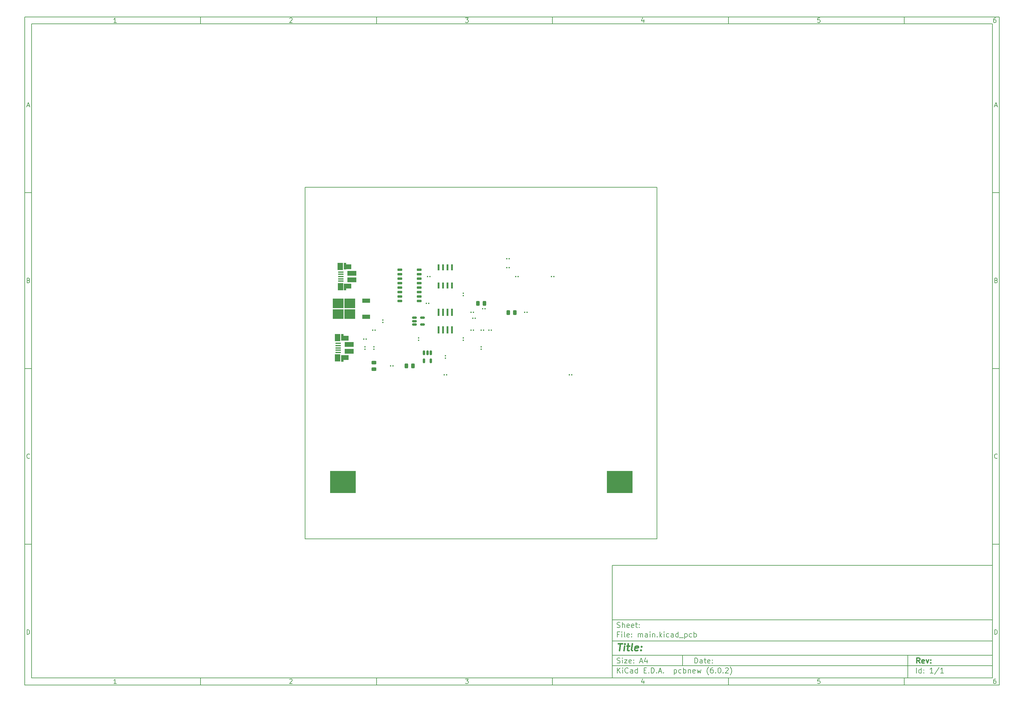
<source format=gbr>
%TF.GenerationSoftware,KiCad,Pcbnew,(6.0.2)*%
%TF.CreationDate,2022-03-19T17:29:51+02:00*%
%TF.ProjectId,main,6d61696e-2e6b-4696-9361-645f70636258,rev?*%
%TF.SameCoordinates,Original*%
%TF.FileFunction,Paste,Top*%
%TF.FilePolarity,Positive*%
%FSLAX46Y46*%
G04 Gerber Fmt 4.6, Leading zero omitted, Abs format (unit mm)*
G04 Created by KiCad (PCBNEW (6.0.2)) date 2022-03-19 17:29:51*
%MOMM*%
%LPD*%
G01*
G04 APERTURE LIST*
G04 Aperture macros list*
%AMRoundRect*
0 Rectangle with rounded corners*
0 $1 Rounding radius*
0 $2 $3 $4 $5 $6 $7 $8 $9 X,Y pos of 4 corners*
0 Add a 4 corners polygon primitive as box body*
4,1,4,$2,$3,$4,$5,$6,$7,$8,$9,$2,$3,0*
0 Add four circle primitives for the rounded corners*
1,1,$1+$1,$2,$3*
1,1,$1+$1,$4,$5*
1,1,$1+$1,$6,$7*
1,1,$1+$1,$8,$9*
0 Add four rect primitives between the rounded corners*
20,1,$1+$1,$2,$3,$4,$5,0*
20,1,$1+$1,$4,$5,$6,$7,0*
20,1,$1+$1,$6,$7,$8,$9,0*
20,1,$1+$1,$8,$9,$2,$3,0*%
G04 Aperture macros list end*
%ADD10C,0.100000*%
%ADD11C,0.150000*%
%ADD12C,0.300000*%
%ADD13C,0.400000*%
%TA.AperFunction,Profile*%
%ADD14C,0.150000*%
%TD*%
%ADD15RoundRect,0.079500X-0.079500X-0.100500X0.079500X-0.100500X0.079500X0.100500X-0.079500X0.100500X0*%
%ADD16RoundRect,0.150000X-0.150000X0.512500X-0.150000X-0.512500X0.150000X-0.512500X0.150000X0.512500X0*%
%ADD17RoundRect,0.079500X0.079500X0.100500X-0.079500X0.100500X-0.079500X-0.100500X0.079500X-0.100500X0*%
%ADD18RoundRect,0.049600X-0.605400X-0.260400X0.605400X-0.260400X0.605400X0.260400X-0.605400X0.260400X0*%
%ADD19RoundRect,0.150000X-0.512500X-0.150000X0.512500X-0.150000X0.512500X0.150000X-0.512500X0.150000X0*%
%ADD20RoundRect,0.243750X0.243750X0.456250X-0.243750X0.456250X-0.243750X-0.456250X0.243750X-0.456250X0*%
%ADD21R,1.650000X0.400000*%
%ADD22R,0.700000X1.825000*%
%ADD23R,2.500000X1.430000*%
%ADD24R,2.000000X1.350000*%
%ADD25R,1.500000X2.000000*%
%ADD26RoundRect,0.079500X0.100500X-0.079500X0.100500X0.079500X-0.100500X0.079500X-0.100500X-0.079500X0*%
%ADD27RoundRect,0.039900X0.245100X-0.945100X0.245100X0.945100X-0.245100X0.945100X-0.245100X-0.945100X0*%
%ADD28R,0.533400X1.701800*%
%ADD29RoundRect,0.243750X-0.243750X-0.456250X0.243750X-0.456250X0.243750X0.456250X-0.243750X0.456250X0*%
%ADD30RoundRect,0.079500X-0.100500X0.079500X-0.100500X-0.079500X0.100500X-0.079500X0.100500X0.079500X0*%
%ADD31RoundRect,0.243750X0.456250X-0.243750X0.456250X0.243750X-0.456250X0.243750X-0.456250X-0.243750X0*%
%ADD32R,7.340000X6.350000*%
%ADD33R,2.200000X1.200000*%
%ADD34R,3.050000X2.750000*%
G04 APERTURE END LIST*
D10*
D11*
X177002200Y-166007200D02*
X177002200Y-198007200D01*
X285002200Y-198007200D01*
X285002200Y-166007200D01*
X177002200Y-166007200D01*
D10*
D11*
X10000000Y-10000000D02*
X10000000Y-200007200D01*
X287002200Y-200007200D01*
X287002200Y-10000000D01*
X10000000Y-10000000D01*
D10*
D11*
X12000000Y-12000000D02*
X12000000Y-198007200D01*
X285002200Y-198007200D01*
X285002200Y-12000000D01*
X12000000Y-12000000D01*
D10*
D11*
X60000000Y-12000000D02*
X60000000Y-10000000D01*
D10*
D11*
X110000000Y-12000000D02*
X110000000Y-10000000D01*
D10*
D11*
X160000000Y-12000000D02*
X160000000Y-10000000D01*
D10*
D11*
X210000000Y-12000000D02*
X210000000Y-10000000D01*
D10*
D11*
X260000000Y-12000000D02*
X260000000Y-10000000D01*
D10*
D11*
X36065476Y-11588095D02*
X35322619Y-11588095D01*
X35694047Y-11588095D02*
X35694047Y-10288095D01*
X35570238Y-10473809D01*
X35446428Y-10597619D01*
X35322619Y-10659523D01*
D10*
D11*
X85322619Y-10411904D02*
X85384523Y-10350000D01*
X85508333Y-10288095D01*
X85817857Y-10288095D01*
X85941666Y-10350000D01*
X86003571Y-10411904D01*
X86065476Y-10535714D01*
X86065476Y-10659523D01*
X86003571Y-10845238D01*
X85260714Y-11588095D01*
X86065476Y-11588095D01*
D10*
D11*
X135260714Y-10288095D02*
X136065476Y-10288095D01*
X135632142Y-10783333D01*
X135817857Y-10783333D01*
X135941666Y-10845238D01*
X136003571Y-10907142D01*
X136065476Y-11030952D01*
X136065476Y-11340476D01*
X136003571Y-11464285D01*
X135941666Y-11526190D01*
X135817857Y-11588095D01*
X135446428Y-11588095D01*
X135322619Y-11526190D01*
X135260714Y-11464285D01*
D10*
D11*
X185941666Y-10721428D02*
X185941666Y-11588095D01*
X185632142Y-10226190D02*
X185322619Y-11154761D01*
X186127380Y-11154761D01*
D10*
D11*
X236003571Y-10288095D02*
X235384523Y-10288095D01*
X235322619Y-10907142D01*
X235384523Y-10845238D01*
X235508333Y-10783333D01*
X235817857Y-10783333D01*
X235941666Y-10845238D01*
X236003571Y-10907142D01*
X236065476Y-11030952D01*
X236065476Y-11340476D01*
X236003571Y-11464285D01*
X235941666Y-11526190D01*
X235817857Y-11588095D01*
X235508333Y-11588095D01*
X235384523Y-11526190D01*
X235322619Y-11464285D01*
D10*
D11*
X285941666Y-10288095D02*
X285694047Y-10288095D01*
X285570238Y-10350000D01*
X285508333Y-10411904D01*
X285384523Y-10597619D01*
X285322619Y-10845238D01*
X285322619Y-11340476D01*
X285384523Y-11464285D01*
X285446428Y-11526190D01*
X285570238Y-11588095D01*
X285817857Y-11588095D01*
X285941666Y-11526190D01*
X286003571Y-11464285D01*
X286065476Y-11340476D01*
X286065476Y-11030952D01*
X286003571Y-10907142D01*
X285941666Y-10845238D01*
X285817857Y-10783333D01*
X285570238Y-10783333D01*
X285446428Y-10845238D01*
X285384523Y-10907142D01*
X285322619Y-11030952D01*
D10*
D11*
X60000000Y-198007200D02*
X60000000Y-200007200D01*
D10*
D11*
X110000000Y-198007200D02*
X110000000Y-200007200D01*
D10*
D11*
X160000000Y-198007200D02*
X160000000Y-200007200D01*
D10*
D11*
X210000000Y-198007200D02*
X210000000Y-200007200D01*
D10*
D11*
X260000000Y-198007200D02*
X260000000Y-200007200D01*
D10*
D11*
X36065476Y-199595295D02*
X35322619Y-199595295D01*
X35694047Y-199595295D02*
X35694047Y-198295295D01*
X35570238Y-198481009D01*
X35446428Y-198604819D01*
X35322619Y-198666723D01*
D10*
D11*
X85322619Y-198419104D02*
X85384523Y-198357200D01*
X85508333Y-198295295D01*
X85817857Y-198295295D01*
X85941666Y-198357200D01*
X86003571Y-198419104D01*
X86065476Y-198542914D01*
X86065476Y-198666723D01*
X86003571Y-198852438D01*
X85260714Y-199595295D01*
X86065476Y-199595295D01*
D10*
D11*
X135260714Y-198295295D02*
X136065476Y-198295295D01*
X135632142Y-198790533D01*
X135817857Y-198790533D01*
X135941666Y-198852438D01*
X136003571Y-198914342D01*
X136065476Y-199038152D01*
X136065476Y-199347676D01*
X136003571Y-199471485D01*
X135941666Y-199533390D01*
X135817857Y-199595295D01*
X135446428Y-199595295D01*
X135322619Y-199533390D01*
X135260714Y-199471485D01*
D10*
D11*
X185941666Y-198728628D02*
X185941666Y-199595295D01*
X185632142Y-198233390D02*
X185322619Y-199161961D01*
X186127380Y-199161961D01*
D10*
D11*
X236003571Y-198295295D02*
X235384523Y-198295295D01*
X235322619Y-198914342D01*
X235384523Y-198852438D01*
X235508333Y-198790533D01*
X235817857Y-198790533D01*
X235941666Y-198852438D01*
X236003571Y-198914342D01*
X236065476Y-199038152D01*
X236065476Y-199347676D01*
X236003571Y-199471485D01*
X235941666Y-199533390D01*
X235817857Y-199595295D01*
X235508333Y-199595295D01*
X235384523Y-199533390D01*
X235322619Y-199471485D01*
D10*
D11*
X285941666Y-198295295D02*
X285694047Y-198295295D01*
X285570238Y-198357200D01*
X285508333Y-198419104D01*
X285384523Y-198604819D01*
X285322619Y-198852438D01*
X285322619Y-199347676D01*
X285384523Y-199471485D01*
X285446428Y-199533390D01*
X285570238Y-199595295D01*
X285817857Y-199595295D01*
X285941666Y-199533390D01*
X286003571Y-199471485D01*
X286065476Y-199347676D01*
X286065476Y-199038152D01*
X286003571Y-198914342D01*
X285941666Y-198852438D01*
X285817857Y-198790533D01*
X285570238Y-198790533D01*
X285446428Y-198852438D01*
X285384523Y-198914342D01*
X285322619Y-199038152D01*
D10*
D11*
X10000000Y-60000000D02*
X12000000Y-60000000D01*
D10*
D11*
X10000000Y-110000000D02*
X12000000Y-110000000D01*
D10*
D11*
X10000000Y-160000000D02*
X12000000Y-160000000D01*
D10*
D11*
X10690476Y-35216666D02*
X11309523Y-35216666D01*
X10566666Y-35588095D02*
X11000000Y-34288095D01*
X11433333Y-35588095D01*
D10*
D11*
X11092857Y-84907142D02*
X11278571Y-84969047D01*
X11340476Y-85030952D01*
X11402380Y-85154761D01*
X11402380Y-85340476D01*
X11340476Y-85464285D01*
X11278571Y-85526190D01*
X11154761Y-85588095D01*
X10659523Y-85588095D01*
X10659523Y-84288095D01*
X11092857Y-84288095D01*
X11216666Y-84350000D01*
X11278571Y-84411904D01*
X11340476Y-84535714D01*
X11340476Y-84659523D01*
X11278571Y-84783333D01*
X11216666Y-84845238D01*
X11092857Y-84907142D01*
X10659523Y-84907142D01*
D10*
D11*
X11402380Y-135464285D02*
X11340476Y-135526190D01*
X11154761Y-135588095D01*
X11030952Y-135588095D01*
X10845238Y-135526190D01*
X10721428Y-135402380D01*
X10659523Y-135278571D01*
X10597619Y-135030952D01*
X10597619Y-134845238D01*
X10659523Y-134597619D01*
X10721428Y-134473809D01*
X10845238Y-134350000D01*
X11030952Y-134288095D01*
X11154761Y-134288095D01*
X11340476Y-134350000D01*
X11402380Y-134411904D01*
D10*
D11*
X10659523Y-185588095D02*
X10659523Y-184288095D01*
X10969047Y-184288095D01*
X11154761Y-184350000D01*
X11278571Y-184473809D01*
X11340476Y-184597619D01*
X11402380Y-184845238D01*
X11402380Y-185030952D01*
X11340476Y-185278571D01*
X11278571Y-185402380D01*
X11154761Y-185526190D01*
X10969047Y-185588095D01*
X10659523Y-185588095D01*
D10*
D11*
X287002200Y-60000000D02*
X285002200Y-60000000D01*
D10*
D11*
X287002200Y-110000000D02*
X285002200Y-110000000D01*
D10*
D11*
X287002200Y-160000000D02*
X285002200Y-160000000D01*
D10*
D11*
X285692676Y-35216666D02*
X286311723Y-35216666D01*
X285568866Y-35588095D02*
X286002200Y-34288095D01*
X286435533Y-35588095D01*
D10*
D11*
X286095057Y-84907142D02*
X286280771Y-84969047D01*
X286342676Y-85030952D01*
X286404580Y-85154761D01*
X286404580Y-85340476D01*
X286342676Y-85464285D01*
X286280771Y-85526190D01*
X286156961Y-85588095D01*
X285661723Y-85588095D01*
X285661723Y-84288095D01*
X286095057Y-84288095D01*
X286218866Y-84350000D01*
X286280771Y-84411904D01*
X286342676Y-84535714D01*
X286342676Y-84659523D01*
X286280771Y-84783333D01*
X286218866Y-84845238D01*
X286095057Y-84907142D01*
X285661723Y-84907142D01*
D10*
D11*
X286404580Y-135464285D02*
X286342676Y-135526190D01*
X286156961Y-135588095D01*
X286033152Y-135588095D01*
X285847438Y-135526190D01*
X285723628Y-135402380D01*
X285661723Y-135278571D01*
X285599819Y-135030952D01*
X285599819Y-134845238D01*
X285661723Y-134597619D01*
X285723628Y-134473809D01*
X285847438Y-134350000D01*
X286033152Y-134288095D01*
X286156961Y-134288095D01*
X286342676Y-134350000D01*
X286404580Y-134411904D01*
D10*
D11*
X285661723Y-185588095D02*
X285661723Y-184288095D01*
X285971247Y-184288095D01*
X286156961Y-184350000D01*
X286280771Y-184473809D01*
X286342676Y-184597619D01*
X286404580Y-184845238D01*
X286404580Y-185030952D01*
X286342676Y-185278571D01*
X286280771Y-185402380D01*
X286156961Y-185526190D01*
X285971247Y-185588095D01*
X285661723Y-185588095D01*
D10*
D11*
X200434342Y-193785771D02*
X200434342Y-192285771D01*
X200791485Y-192285771D01*
X201005771Y-192357200D01*
X201148628Y-192500057D01*
X201220057Y-192642914D01*
X201291485Y-192928628D01*
X201291485Y-193142914D01*
X201220057Y-193428628D01*
X201148628Y-193571485D01*
X201005771Y-193714342D01*
X200791485Y-193785771D01*
X200434342Y-193785771D01*
X202577200Y-193785771D02*
X202577200Y-193000057D01*
X202505771Y-192857200D01*
X202362914Y-192785771D01*
X202077200Y-192785771D01*
X201934342Y-192857200D01*
X202577200Y-193714342D02*
X202434342Y-193785771D01*
X202077200Y-193785771D01*
X201934342Y-193714342D01*
X201862914Y-193571485D01*
X201862914Y-193428628D01*
X201934342Y-193285771D01*
X202077200Y-193214342D01*
X202434342Y-193214342D01*
X202577200Y-193142914D01*
X203077200Y-192785771D02*
X203648628Y-192785771D01*
X203291485Y-192285771D02*
X203291485Y-193571485D01*
X203362914Y-193714342D01*
X203505771Y-193785771D01*
X203648628Y-193785771D01*
X204720057Y-193714342D02*
X204577200Y-193785771D01*
X204291485Y-193785771D01*
X204148628Y-193714342D01*
X204077200Y-193571485D01*
X204077200Y-193000057D01*
X204148628Y-192857200D01*
X204291485Y-192785771D01*
X204577200Y-192785771D01*
X204720057Y-192857200D01*
X204791485Y-193000057D01*
X204791485Y-193142914D01*
X204077200Y-193285771D01*
X205434342Y-193642914D02*
X205505771Y-193714342D01*
X205434342Y-193785771D01*
X205362914Y-193714342D01*
X205434342Y-193642914D01*
X205434342Y-193785771D01*
X205434342Y-192857200D02*
X205505771Y-192928628D01*
X205434342Y-193000057D01*
X205362914Y-192928628D01*
X205434342Y-192857200D01*
X205434342Y-193000057D01*
D10*
D11*
X177002200Y-194507200D02*
X285002200Y-194507200D01*
D10*
D11*
X178434342Y-196585771D02*
X178434342Y-195085771D01*
X179291485Y-196585771D02*
X178648628Y-195728628D01*
X179291485Y-195085771D02*
X178434342Y-195942914D01*
X179934342Y-196585771D02*
X179934342Y-195585771D01*
X179934342Y-195085771D02*
X179862914Y-195157200D01*
X179934342Y-195228628D01*
X180005771Y-195157200D01*
X179934342Y-195085771D01*
X179934342Y-195228628D01*
X181505771Y-196442914D02*
X181434342Y-196514342D01*
X181220057Y-196585771D01*
X181077200Y-196585771D01*
X180862914Y-196514342D01*
X180720057Y-196371485D01*
X180648628Y-196228628D01*
X180577200Y-195942914D01*
X180577200Y-195728628D01*
X180648628Y-195442914D01*
X180720057Y-195300057D01*
X180862914Y-195157200D01*
X181077200Y-195085771D01*
X181220057Y-195085771D01*
X181434342Y-195157200D01*
X181505771Y-195228628D01*
X182791485Y-196585771D02*
X182791485Y-195800057D01*
X182720057Y-195657200D01*
X182577200Y-195585771D01*
X182291485Y-195585771D01*
X182148628Y-195657200D01*
X182791485Y-196514342D02*
X182648628Y-196585771D01*
X182291485Y-196585771D01*
X182148628Y-196514342D01*
X182077200Y-196371485D01*
X182077200Y-196228628D01*
X182148628Y-196085771D01*
X182291485Y-196014342D01*
X182648628Y-196014342D01*
X182791485Y-195942914D01*
X184148628Y-196585771D02*
X184148628Y-195085771D01*
X184148628Y-196514342D02*
X184005771Y-196585771D01*
X183720057Y-196585771D01*
X183577200Y-196514342D01*
X183505771Y-196442914D01*
X183434342Y-196300057D01*
X183434342Y-195871485D01*
X183505771Y-195728628D01*
X183577200Y-195657200D01*
X183720057Y-195585771D01*
X184005771Y-195585771D01*
X184148628Y-195657200D01*
X186005771Y-195800057D02*
X186505771Y-195800057D01*
X186720057Y-196585771D02*
X186005771Y-196585771D01*
X186005771Y-195085771D01*
X186720057Y-195085771D01*
X187362914Y-196442914D02*
X187434342Y-196514342D01*
X187362914Y-196585771D01*
X187291485Y-196514342D01*
X187362914Y-196442914D01*
X187362914Y-196585771D01*
X188077200Y-196585771D02*
X188077200Y-195085771D01*
X188434342Y-195085771D01*
X188648628Y-195157200D01*
X188791485Y-195300057D01*
X188862914Y-195442914D01*
X188934342Y-195728628D01*
X188934342Y-195942914D01*
X188862914Y-196228628D01*
X188791485Y-196371485D01*
X188648628Y-196514342D01*
X188434342Y-196585771D01*
X188077200Y-196585771D01*
X189577200Y-196442914D02*
X189648628Y-196514342D01*
X189577200Y-196585771D01*
X189505771Y-196514342D01*
X189577200Y-196442914D01*
X189577200Y-196585771D01*
X190220057Y-196157200D02*
X190934342Y-196157200D01*
X190077200Y-196585771D02*
X190577200Y-195085771D01*
X191077200Y-196585771D01*
X191577200Y-196442914D02*
X191648628Y-196514342D01*
X191577200Y-196585771D01*
X191505771Y-196514342D01*
X191577200Y-196442914D01*
X191577200Y-196585771D01*
X194577200Y-195585771D02*
X194577200Y-197085771D01*
X194577200Y-195657200D02*
X194720057Y-195585771D01*
X195005771Y-195585771D01*
X195148628Y-195657200D01*
X195220057Y-195728628D01*
X195291485Y-195871485D01*
X195291485Y-196300057D01*
X195220057Y-196442914D01*
X195148628Y-196514342D01*
X195005771Y-196585771D01*
X194720057Y-196585771D01*
X194577200Y-196514342D01*
X196577200Y-196514342D02*
X196434342Y-196585771D01*
X196148628Y-196585771D01*
X196005771Y-196514342D01*
X195934342Y-196442914D01*
X195862914Y-196300057D01*
X195862914Y-195871485D01*
X195934342Y-195728628D01*
X196005771Y-195657200D01*
X196148628Y-195585771D01*
X196434342Y-195585771D01*
X196577200Y-195657200D01*
X197220057Y-196585771D02*
X197220057Y-195085771D01*
X197220057Y-195657200D02*
X197362914Y-195585771D01*
X197648628Y-195585771D01*
X197791485Y-195657200D01*
X197862914Y-195728628D01*
X197934342Y-195871485D01*
X197934342Y-196300057D01*
X197862914Y-196442914D01*
X197791485Y-196514342D01*
X197648628Y-196585771D01*
X197362914Y-196585771D01*
X197220057Y-196514342D01*
X198577200Y-195585771D02*
X198577200Y-196585771D01*
X198577200Y-195728628D02*
X198648628Y-195657200D01*
X198791485Y-195585771D01*
X199005771Y-195585771D01*
X199148628Y-195657200D01*
X199220057Y-195800057D01*
X199220057Y-196585771D01*
X200505771Y-196514342D02*
X200362914Y-196585771D01*
X200077200Y-196585771D01*
X199934342Y-196514342D01*
X199862914Y-196371485D01*
X199862914Y-195800057D01*
X199934342Y-195657200D01*
X200077200Y-195585771D01*
X200362914Y-195585771D01*
X200505771Y-195657200D01*
X200577200Y-195800057D01*
X200577200Y-195942914D01*
X199862914Y-196085771D01*
X201077200Y-195585771D02*
X201362914Y-196585771D01*
X201648628Y-195871485D01*
X201934342Y-196585771D01*
X202220057Y-195585771D01*
X204362914Y-197157200D02*
X204291485Y-197085771D01*
X204148628Y-196871485D01*
X204077200Y-196728628D01*
X204005771Y-196514342D01*
X203934342Y-196157200D01*
X203934342Y-195871485D01*
X204005771Y-195514342D01*
X204077200Y-195300057D01*
X204148628Y-195157200D01*
X204291485Y-194942914D01*
X204362914Y-194871485D01*
X205577200Y-195085771D02*
X205291485Y-195085771D01*
X205148628Y-195157200D01*
X205077200Y-195228628D01*
X204934342Y-195442914D01*
X204862914Y-195728628D01*
X204862914Y-196300057D01*
X204934342Y-196442914D01*
X205005771Y-196514342D01*
X205148628Y-196585771D01*
X205434342Y-196585771D01*
X205577200Y-196514342D01*
X205648628Y-196442914D01*
X205720057Y-196300057D01*
X205720057Y-195942914D01*
X205648628Y-195800057D01*
X205577200Y-195728628D01*
X205434342Y-195657200D01*
X205148628Y-195657200D01*
X205005771Y-195728628D01*
X204934342Y-195800057D01*
X204862914Y-195942914D01*
X206362914Y-196442914D02*
X206434342Y-196514342D01*
X206362914Y-196585771D01*
X206291485Y-196514342D01*
X206362914Y-196442914D01*
X206362914Y-196585771D01*
X207362914Y-195085771D02*
X207505771Y-195085771D01*
X207648628Y-195157200D01*
X207720057Y-195228628D01*
X207791485Y-195371485D01*
X207862914Y-195657200D01*
X207862914Y-196014342D01*
X207791485Y-196300057D01*
X207720057Y-196442914D01*
X207648628Y-196514342D01*
X207505771Y-196585771D01*
X207362914Y-196585771D01*
X207220057Y-196514342D01*
X207148628Y-196442914D01*
X207077200Y-196300057D01*
X207005771Y-196014342D01*
X207005771Y-195657200D01*
X207077200Y-195371485D01*
X207148628Y-195228628D01*
X207220057Y-195157200D01*
X207362914Y-195085771D01*
X208505771Y-196442914D02*
X208577200Y-196514342D01*
X208505771Y-196585771D01*
X208434342Y-196514342D01*
X208505771Y-196442914D01*
X208505771Y-196585771D01*
X209148628Y-195228628D02*
X209220057Y-195157200D01*
X209362914Y-195085771D01*
X209720057Y-195085771D01*
X209862914Y-195157200D01*
X209934342Y-195228628D01*
X210005771Y-195371485D01*
X210005771Y-195514342D01*
X209934342Y-195728628D01*
X209077200Y-196585771D01*
X210005771Y-196585771D01*
X210505771Y-197157200D02*
X210577200Y-197085771D01*
X210720057Y-196871485D01*
X210791485Y-196728628D01*
X210862914Y-196514342D01*
X210934342Y-196157200D01*
X210934342Y-195871485D01*
X210862914Y-195514342D01*
X210791485Y-195300057D01*
X210720057Y-195157200D01*
X210577200Y-194942914D01*
X210505771Y-194871485D01*
D10*
D11*
X177002200Y-191507200D02*
X285002200Y-191507200D01*
D10*
D12*
X264411485Y-193785771D02*
X263911485Y-193071485D01*
X263554342Y-193785771D02*
X263554342Y-192285771D01*
X264125771Y-192285771D01*
X264268628Y-192357200D01*
X264340057Y-192428628D01*
X264411485Y-192571485D01*
X264411485Y-192785771D01*
X264340057Y-192928628D01*
X264268628Y-193000057D01*
X264125771Y-193071485D01*
X263554342Y-193071485D01*
X265625771Y-193714342D02*
X265482914Y-193785771D01*
X265197200Y-193785771D01*
X265054342Y-193714342D01*
X264982914Y-193571485D01*
X264982914Y-193000057D01*
X265054342Y-192857200D01*
X265197200Y-192785771D01*
X265482914Y-192785771D01*
X265625771Y-192857200D01*
X265697200Y-193000057D01*
X265697200Y-193142914D01*
X264982914Y-193285771D01*
X266197200Y-192785771D02*
X266554342Y-193785771D01*
X266911485Y-192785771D01*
X267482914Y-193642914D02*
X267554342Y-193714342D01*
X267482914Y-193785771D01*
X267411485Y-193714342D01*
X267482914Y-193642914D01*
X267482914Y-193785771D01*
X267482914Y-192857200D02*
X267554342Y-192928628D01*
X267482914Y-193000057D01*
X267411485Y-192928628D01*
X267482914Y-192857200D01*
X267482914Y-193000057D01*
D10*
D11*
X178362914Y-193714342D02*
X178577200Y-193785771D01*
X178934342Y-193785771D01*
X179077200Y-193714342D01*
X179148628Y-193642914D01*
X179220057Y-193500057D01*
X179220057Y-193357200D01*
X179148628Y-193214342D01*
X179077200Y-193142914D01*
X178934342Y-193071485D01*
X178648628Y-193000057D01*
X178505771Y-192928628D01*
X178434342Y-192857200D01*
X178362914Y-192714342D01*
X178362914Y-192571485D01*
X178434342Y-192428628D01*
X178505771Y-192357200D01*
X178648628Y-192285771D01*
X179005771Y-192285771D01*
X179220057Y-192357200D01*
X179862914Y-193785771D02*
X179862914Y-192785771D01*
X179862914Y-192285771D02*
X179791485Y-192357200D01*
X179862914Y-192428628D01*
X179934342Y-192357200D01*
X179862914Y-192285771D01*
X179862914Y-192428628D01*
X180434342Y-192785771D02*
X181220057Y-192785771D01*
X180434342Y-193785771D01*
X181220057Y-193785771D01*
X182362914Y-193714342D02*
X182220057Y-193785771D01*
X181934342Y-193785771D01*
X181791485Y-193714342D01*
X181720057Y-193571485D01*
X181720057Y-193000057D01*
X181791485Y-192857200D01*
X181934342Y-192785771D01*
X182220057Y-192785771D01*
X182362914Y-192857200D01*
X182434342Y-193000057D01*
X182434342Y-193142914D01*
X181720057Y-193285771D01*
X183077200Y-193642914D02*
X183148628Y-193714342D01*
X183077200Y-193785771D01*
X183005771Y-193714342D01*
X183077200Y-193642914D01*
X183077200Y-193785771D01*
X183077200Y-192857200D02*
X183148628Y-192928628D01*
X183077200Y-193000057D01*
X183005771Y-192928628D01*
X183077200Y-192857200D01*
X183077200Y-193000057D01*
X184862914Y-193357200D02*
X185577200Y-193357200D01*
X184720057Y-193785771D02*
X185220057Y-192285771D01*
X185720057Y-193785771D01*
X186862914Y-192785771D02*
X186862914Y-193785771D01*
X186505771Y-192214342D02*
X186148628Y-193285771D01*
X187077200Y-193285771D01*
D10*
D11*
X263434342Y-196585771D02*
X263434342Y-195085771D01*
X264791485Y-196585771D02*
X264791485Y-195085771D01*
X264791485Y-196514342D02*
X264648628Y-196585771D01*
X264362914Y-196585771D01*
X264220057Y-196514342D01*
X264148628Y-196442914D01*
X264077200Y-196300057D01*
X264077200Y-195871485D01*
X264148628Y-195728628D01*
X264220057Y-195657200D01*
X264362914Y-195585771D01*
X264648628Y-195585771D01*
X264791485Y-195657200D01*
X265505771Y-196442914D02*
X265577200Y-196514342D01*
X265505771Y-196585771D01*
X265434342Y-196514342D01*
X265505771Y-196442914D01*
X265505771Y-196585771D01*
X265505771Y-195657200D02*
X265577200Y-195728628D01*
X265505771Y-195800057D01*
X265434342Y-195728628D01*
X265505771Y-195657200D01*
X265505771Y-195800057D01*
X268148628Y-196585771D02*
X267291485Y-196585771D01*
X267720057Y-196585771D02*
X267720057Y-195085771D01*
X267577200Y-195300057D01*
X267434342Y-195442914D01*
X267291485Y-195514342D01*
X269862914Y-195014342D02*
X268577200Y-196942914D01*
X271148628Y-196585771D02*
X270291485Y-196585771D01*
X270720057Y-196585771D02*
X270720057Y-195085771D01*
X270577200Y-195300057D01*
X270434342Y-195442914D01*
X270291485Y-195514342D01*
D10*
D11*
X177002200Y-187507200D02*
X285002200Y-187507200D01*
D10*
D13*
X178714580Y-188211961D02*
X179857438Y-188211961D01*
X179036009Y-190211961D02*
X179286009Y-188211961D01*
X180274104Y-190211961D02*
X180440771Y-188878628D01*
X180524104Y-188211961D02*
X180416961Y-188307200D01*
X180500295Y-188402438D01*
X180607438Y-188307200D01*
X180524104Y-188211961D01*
X180500295Y-188402438D01*
X181107438Y-188878628D02*
X181869342Y-188878628D01*
X181476485Y-188211961D02*
X181262200Y-189926247D01*
X181333628Y-190116723D01*
X181512200Y-190211961D01*
X181702676Y-190211961D01*
X182655057Y-190211961D02*
X182476485Y-190116723D01*
X182405057Y-189926247D01*
X182619342Y-188211961D01*
X184190771Y-190116723D02*
X183988390Y-190211961D01*
X183607438Y-190211961D01*
X183428866Y-190116723D01*
X183357438Y-189926247D01*
X183452676Y-189164342D01*
X183571723Y-188973866D01*
X183774104Y-188878628D01*
X184155057Y-188878628D01*
X184333628Y-188973866D01*
X184405057Y-189164342D01*
X184381247Y-189354819D01*
X183405057Y-189545295D01*
X185155057Y-190021485D02*
X185238390Y-190116723D01*
X185131247Y-190211961D01*
X185047914Y-190116723D01*
X185155057Y-190021485D01*
X185131247Y-190211961D01*
X185286009Y-188973866D02*
X185369342Y-189069104D01*
X185262200Y-189164342D01*
X185178866Y-189069104D01*
X185286009Y-188973866D01*
X185262200Y-189164342D01*
D10*
D11*
X178934342Y-185600057D02*
X178434342Y-185600057D01*
X178434342Y-186385771D02*
X178434342Y-184885771D01*
X179148628Y-184885771D01*
X179720057Y-186385771D02*
X179720057Y-185385771D01*
X179720057Y-184885771D02*
X179648628Y-184957200D01*
X179720057Y-185028628D01*
X179791485Y-184957200D01*
X179720057Y-184885771D01*
X179720057Y-185028628D01*
X180648628Y-186385771D02*
X180505771Y-186314342D01*
X180434342Y-186171485D01*
X180434342Y-184885771D01*
X181791485Y-186314342D02*
X181648628Y-186385771D01*
X181362914Y-186385771D01*
X181220057Y-186314342D01*
X181148628Y-186171485D01*
X181148628Y-185600057D01*
X181220057Y-185457200D01*
X181362914Y-185385771D01*
X181648628Y-185385771D01*
X181791485Y-185457200D01*
X181862914Y-185600057D01*
X181862914Y-185742914D01*
X181148628Y-185885771D01*
X182505771Y-186242914D02*
X182577200Y-186314342D01*
X182505771Y-186385771D01*
X182434342Y-186314342D01*
X182505771Y-186242914D01*
X182505771Y-186385771D01*
X182505771Y-185457200D02*
X182577200Y-185528628D01*
X182505771Y-185600057D01*
X182434342Y-185528628D01*
X182505771Y-185457200D01*
X182505771Y-185600057D01*
X184362914Y-186385771D02*
X184362914Y-185385771D01*
X184362914Y-185528628D02*
X184434342Y-185457200D01*
X184577200Y-185385771D01*
X184791485Y-185385771D01*
X184934342Y-185457200D01*
X185005771Y-185600057D01*
X185005771Y-186385771D01*
X185005771Y-185600057D02*
X185077200Y-185457200D01*
X185220057Y-185385771D01*
X185434342Y-185385771D01*
X185577200Y-185457200D01*
X185648628Y-185600057D01*
X185648628Y-186385771D01*
X187005771Y-186385771D02*
X187005771Y-185600057D01*
X186934342Y-185457200D01*
X186791485Y-185385771D01*
X186505771Y-185385771D01*
X186362914Y-185457200D01*
X187005771Y-186314342D02*
X186862914Y-186385771D01*
X186505771Y-186385771D01*
X186362914Y-186314342D01*
X186291485Y-186171485D01*
X186291485Y-186028628D01*
X186362914Y-185885771D01*
X186505771Y-185814342D01*
X186862914Y-185814342D01*
X187005771Y-185742914D01*
X187720057Y-186385771D02*
X187720057Y-185385771D01*
X187720057Y-184885771D02*
X187648628Y-184957200D01*
X187720057Y-185028628D01*
X187791485Y-184957200D01*
X187720057Y-184885771D01*
X187720057Y-185028628D01*
X188434342Y-185385771D02*
X188434342Y-186385771D01*
X188434342Y-185528628D02*
X188505771Y-185457200D01*
X188648628Y-185385771D01*
X188862914Y-185385771D01*
X189005771Y-185457200D01*
X189077200Y-185600057D01*
X189077200Y-186385771D01*
X189791485Y-186242914D02*
X189862914Y-186314342D01*
X189791485Y-186385771D01*
X189720057Y-186314342D01*
X189791485Y-186242914D01*
X189791485Y-186385771D01*
X190505771Y-186385771D02*
X190505771Y-184885771D01*
X190648628Y-185814342D02*
X191077200Y-186385771D01*
X191077200Y-185385771D02*
X190505771Y-185957200D01*
X191720057Y-186385771D02*
X191720057Y-185385771D01*
X191720057Y-184885771D02*
X191648628Y-184957200D01*
X191720057Y-185028628D01*
X191791485Y-184957200D01*
X191720057Y-184885771D01*
X191720057Y-185028628D01*
X193077200Y-186314342D02*
X192934342Y-186385771D01*
X192648628Y-186385771D01*
X192505771Y-186314342D01*
X192434342Y-186242914D01*
X192362914Y-186100057D01*
X192362914Y-185671485D01*
X192434342Y-185528628D01*
X192505771Y-185457200D01*
X192648628Y-185385771D01*
X192934342Y-185385771D01*
X193077200Y-185457200D01*
X194362914Y-186385771D02*
X194362914Y-185600057D01*
X194291485Y-185457200D01*
X194148628Y-185385771D01*
X193862914Y-185385771D01*
X193720057Y-185457200D01*
X194362914Y-186314342D02*
X194220057Y-186385771D01*
X193862914Y-186385771D01*
X193720057Y-186314342D01*
X193648628Y-186171485D01*
X193648628Y-186028628D01*
X193720057Y-185885771D01*
X193862914Y-185814342D01*
X194220057Y-185814342D01*
X194362914Y-185742914D01*
X195720057Y-186385771D02*
X195720057Y-184885771D01*
X195720057Y-186314342D02*
X195577200Y-186385771D01*
X195291485Y-186385771D01*
X195148628Y-186314342D01*
X195077200Y-186242914D01*
X195005771Y-186100057D01*
X195005771Y-185671485D01*
X195077200Y-185528628D01*
X195148628Y-185457200D01*
X195291485Y-185385771D01*
X195577200Y-185385771D01*
X195720057Y-185457200D01*
X196077200Y-186528628D02*
X197220057Y-186528628D01*
X197577200Y-185385771D02*
X197577200Y-186885771D01*
X197577200Y-185457200D02*
X197720057Y-185385771D01*
X198005771Y-185385771D01*
X198148628Y-185457200D01*
X198220057Y-185528628D01*
X198291485Y-185671485D01*
X198291485Y-186100057D01*
X198220057Y-186242914D01*
X198148628Y-186314342D01*
X198005771Y-186385771D01*
X197720057Y-186385771D01*
X197577200Y-186314342D01*
X199577200Y-186314342D02*
X199434342Y-186385771D01*
X199148628Y-186385771D01*
X199005771Y-186314342D01*
X198934342Y-186242914D01*
X198862914Y-186100057D01*
X198862914Y-185671485D01*
X198934342Y-185528628D01*
X199005771Y-185457200D01*
X199148628Y-185385771D01*
X199434342Y-185385771D01*
X199577200Y-185457200D01*
X200220057Y-186385771D02*
X200220057Y-184885771D01*
X200220057Y-185457200D02*
X200362914Y-185385771D01*
X200648628Y-185385771D01*
X200791485Y-185457200D01*
X200862914Y-185528628D01*
X200934342Y-185671485D01*
X200934342Y-186100057D01*
X200862914Y-186242914D01*
X200791485Y-186314342D01*
X200648628Y-186385771D01*
X200362914Y-186385771D01*
X200220057Y-186314342D01*
D10*
D11*
X177002200Y-181507200D02*
X285002200Y-181507200D01*
D10*
D11*
X178362914Y-183614342D02*
X178577200Y-183685771D01*
X178934342Y-183685771D01*
X179077200Y-183614342D01*
X179148628Y-183542914D01*
X179220057Y-183400057D01*
X179220057Y-183257200D01*
X179148628Y-183114342D01*
X179077200Y-183042914D01*
X178934342Y-182971485D01*
X178648628Y-182900057D01*
X178505771Y-182828628D01*
X178434342Y-182757200D01*
X178362914Y-182614342D01*
X178362914Y-182471485D01*
X178434342Y-182328628D01*
X178505771Y-182257200D01*
X178648628Y-182185771D01*
X179005771Y-182185771D01*
X179220057Y-182257200D01*
X179862914Y-183685771D02*
X179862914Y-182185771D01*
X180505771Y-183685771D02*
X180505771Y-182900057D01*
X180434342Y-182757200D01*
X180291485Y-182685771D01*
X180077200Y-182685771D01*
X179934342Y-182757200D01*
X179862914Y-182828628D01*
X181791485Y-183614342D02*
X181648628Y-183685771D01*
X181362914Y-183685771D01*
X181220057Y-183614342D01*
X181148628Y-183471485D01*
X181148628Y-182900057D01*
X181220057Y-182757200D01*
X181362914Y-182685771D01*
X181648628Y-182685771D01*
X181791485Y-182757200D01*
X181862914Y-182900057D01*
X181862914Y-183042914D01*
X181148628Y-183185771D01*
X183077200Y-183614342D02*
X182934342Y-183685771D01*
X182648628Y-183685771D01*
X182505771Y-183614342D01*
X182434342Y-183471485D01*
X182434342Y-182900057D01*
X182505771Y-182757200D01*
X182648628Y-182685771D01*
X182934342Y-182685771D01*
X183077200Y-182757200D01*
X183148628Y-182900057D01*
X183148628Y-183042914D01*
X182434342Y-183185771D01*
X183577200Y-182685771D02*
X184148628Y-182685771D01*
X183791485Y-182185771D02*
X183791485Y-183471485D01*
X183862914Y-183614342D01*
X184005771Y-183685771D01*
X184148628Y-183685771D01*
X184648628Y-183542914D02*
X184720057Y-183614342D01*
X184648628Y-183685771D01*
X184577200Y-183614342D01*
X184648628Y-183542914D01*
X184648628Y-183685771D01*
X184648628Y-182757200D02*
X184720057Y-182828628D01*
X184648628Y-182900057D01*
X184577200Y-182828628D01*
X184648628Y-182757200D01*
X184648628Y-182900057D01*
D10*
D12*
D10*
D11*
D10*
D11*
D10*
D11*
D10*
D11*
D10*
D11*
X197002200Y-191507200D02*
X197002200Y-194507200D01*
D10*
D11*
X261002200Y-191507200D02*
X261002200Y-198007200D01*
D14*
X189700000Y-58420000D02*
X189700000Y-158420000D01*
X89700000Y-58420000D02*
X189700000Y-58420000D01*
X89700000Y-58420000D02*
X89700000Y-158420000D01*
X89700000Y-158420000D02*
X189700000Y-158420000D01*
D15*
%TO.C,R10*%
X146975000Y-78740000D03*
X147665000Y-78740000D03*
%TD*%
D16*
%TO.C,U2*%
X125410000Y-105542500D03*
X124460000Y-105542500D03*
X123510000Y-105542500D03*
X123510000Y-107817500D03*
X125410000Y-107817500D03*
%TD*%
D17*
%TO.C,R14*%
X160365000Y-83820000D03*
X159675000Y-83820000D03*
%TD*%
D18*
%TO.C,FTDI(UART)1*%
X116630000Y-81915000D03*
X116630000Y-83185000D03*
X116630000Y-84455000D03*
X116630000Y-85725000D03*
X116630000Y-86995000D03*
X116630000Y-88265000D03*
X116630000Y-89535000D03*
X116630000Y-90805000D03*
X122130000Y-90805000D03*
X122130000Y-89535000D03*
X122130000Y-88265000D03*
X122130000Y-86995000D03*
X122130000Y-85725000D03*
X122130000Y-84455000D03*
X122130000Y-83185000D03*
X122130000Y-81915000D03*
%TD*%
D15*
%TO.C,C2*%
X129195000Y-111760000D03*
X129885000Y-111760000D03*
%TD*%
D19*
%TO.C,U1*%
X120782500Y-95570000D03*
X120782500Y-96520000D03*
X120782500Y-97470000D03*
X123057500Y-97470000D03*
X123057500Y-95570000D03*
%TD*%
D20*
%TO.C,D2*%
X120317500Y-109220000D03*
X118442500Y-109220000D03*
%TD*%
D21*
%TO.C,J6*%
X99835000Y-85145000D03*
X99835000Y-84495000D03*
X99835000Y-83845000D03*
X99835000Y-83195000D03*
X99835000Y-82545000D03*
D22*
X101035000Y-86795000D03*
D23*
X102985000Y-84805000D03*
D24*
X101785000Y-86575000D03*
D25*
X99735000Y-86695000D03*
D22*
X101035000Y-80845000D03*
D25*
X99715000Y-80945000D03*
D23*
X102985000Y-82885000D03*
D24*
X101785000Y-81095000D03*
%TD*%
D21*
%TO.C,J5*%
X99060000Y-105440000D03*
X99060000Y-104790000D03*
X99060000Y-104140000D03*
X99060000Y-103490000D03*
X99060000Y-102840000D03*
D24*
X101010000Y-106870000D03*
D22*
X100260000Y-107090000D03*
D25*
X98960000Y-106990000D03*
D22*
X100260000Y-101140000D03*
D23*
X102210000Y-105100000D03*
D25*
X98940000Y-101240000D03*
D24*
X101010000Y-101390000D03*
D23*
X102210000Y-103180000D03*
%TD*%
D26*
%TO.C,R18*%
X134620000Y-88555000D03*
X134620000Y-89245000D03*
%TD*%
D17*
%TO.C,R16*%
X136815000Y-93980000D03*
X137505000Y-93980000D03*
%TD*%
D15*
%TO.C,C1*%
X107025000Y-101600000D03*
X106335000Y-101600000D03*
%TD*%
D27*
%TO.C,EEPROM1*%
X127635000Y-98995000D03*
X128905000Y-98995000D03*
X130175000Y-98995000D03*
X131445000Y-98995000D03*
X131445000Y-94045000D03*
X130175000Y-94045000D03*
X128905000Y-94045000D03*
X127635000Y-94045000D03*
%TD*%
D15*
%TO.C,LDR1*%
X164755000Y-111760000D03*
X165445000Y-111760000D03*
%TD*%
%TO.C,R12*%
X125150000Y-83820000D03*
X124460000Y-83820000D03*
%TD*%
D28*
%TO.C,TempSensor1*%
X127635000Y-86410800D03*
X128905000Y-86410800D03*
X130175000Y-86410800D03*
X131445000Y-86410800D03*
X131445000Y-81229200D03*
X130175000Y-81229200D03*
X128905000Y-81229200D03*
X127635000Y-81229200D03*
%TD*%
D15*
%TO.C,R17*%
X137505000Y-99060000D03*
X136815000Y-99060000D03*
%TD*%
D29*
%TO.C,LED1*%
X147456050Y-94116050D03*
X149331050Y-94116050D03*
%TD*%
D15*
%TO.C,R9*%
X152745000Y-93980000D03*
X152055000Y-93980000D03*
%TD*%
D30*
%TO.C,R6*%
X121920000Y-101255000D03*
X121920000Y-101945000D03*
%TD*%
D26*
%TO.C,R4*%
X111760000Y-96865000D03*
X111760000Y-96175000D03*
%TD*%
D30*
%TO.C,R3*%
X109220000Y-103795000D03*
X109220000Y-104485000D03*
%TD*%
D15*
%TO.C,C5*%
X137355000Y-95730000D03*
X138045000Y-95730000D03*
%TD*%
D17*
%TO.C,R19*%
X139700000Y-99060000D03*
X140390000Y-99060000D03*
%TD*%
D15*
%TO.C,R13*%
X124115000Y-91440000D03*
X124805000Y-91440000D03*
%TD*%
D17*
%TO.C,R15*%
X140807000Y-92964000D03*
X140117000Y-92964000D03*
%TD*%
D15*
%TO.C,C4*%
X141895000Y-99060000D03*
X142585000Y-99060000D03*
%TD*%
D26*
%TO.C,R1*%
X129540000Y-107025000D03*
X129540000Y-106335000D03*
%TD*%
D31*
%TO.C,D1*%
X109220000Y-110157500D03*
X109220000Y-108282500D03*
%TD*%
D30*
%TO.C,C3*%
X134620000Y-101255000D03*
X134620000Y-101945000D03*
%TD*%
D26*
%TO.C,R11*%
X139700000Y-103795000D03*
X139700000Y-104485000D03*
%TD*%
D29*
%TO.C,D3*%
X140637500Y-91440000D03*
X138762500Y-91440000D03*
%TD*%
D30*
%TO.C,R2*%
X106680000Y-104485000D03*
X106680000Y-103795000D03*
%TD*%
D32*
%TO.C,BT1*%
X179097744Y-142267744D03*
X100437744Y-142267744D03*
%TD*%
D15*
%TO.C,LDR2*%
X150205000Y-83820000D03*
X149515000Y-83820000D03*
%TD*%
%TO.C,R7*%
X114645000Y-109220000D03*
X113955000Y-109220000D03*
%TD*%
%TO.C,R5*%
X109565000Y-99060000D03*
X108875000Y-99060000D03*
%TD*%
%TO.C,R8*%
X146975000Y-81280000D03*
X147665000Y-81280000D03*
%TD*%
D33*
%TO.C,VoltageRegulator1*%
X107035000Y-90685000D03*
X107035000Y-95245000D03*
D34*
X102410000Y-91440000D03*
X99060000Y-91440000D03*
X102410000Y-94490000D03*
X99060000Y-94490000D03*
%TD*%
M02*

</source>
